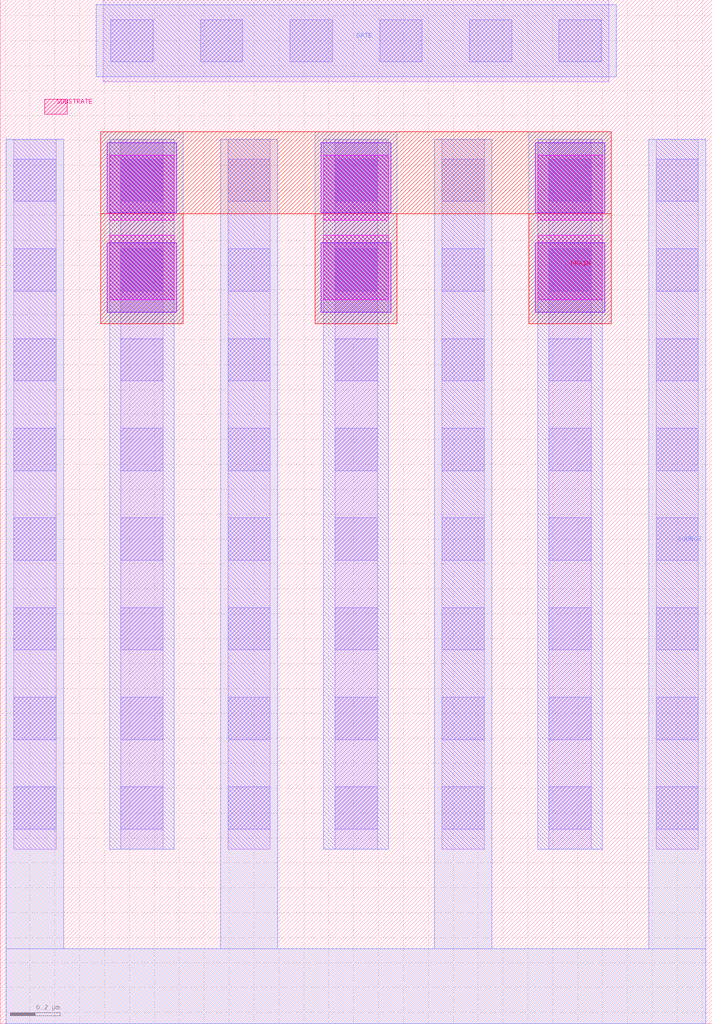
<source format=lef>
# Copyright 2020 The SkyWater PDK Authors
#
# Licensed under the Apache License, Version 2.0 (the "License");
# you may not use this file except in compliance with the License.
# You may obtain a copy of the License at
#
#     https://www.apache.org/licenses/LICENSE-2.0
#
# Unless required by applicable law or agreed to in writing, software
# distributed under the License is distributed on an "AS IS" BASIS,
# WITHOUT WARRANTIES OR CONDITIONS OF ANY KIND, either express or implied.
# See the License for the specific language governing permissions and
# limitations under the License.
#
# SPDX-License-Identifier: Apache-2.0

VERSION 5.7 ;
  NOWIREEXTENSIONATPIN ON ;
  DIVIDERCHAR "/" ;
  BUSBITCHARS "[]" ;
MACRO sky130_fd_pr__rf_nfet_01v8_lvt_aF06W3p00L0p15
  CLASS BLOCK ;
  FOREIGN sky130_fd_pr__rf_nfet_01v8_lvt_aF06W3p00L0p15 ;
  ORIGIN -0.180000  0.445000 ;
  SIZE  2.860000 BY  4.110000 ;
  PIN DRAIN
    ANTENNADIFFAREA  2.520000 ;
    PORT
      LAYER met3 ;
        RECT 0.585000 2.365000 0.915000 2.805000 ;
        RECT 0.585000 2.805000 2.635000 3.135000 ;
        RECT 1.445000 2.365000 1.775000 2.805000 ;
        RECT 2.305000 2.365000 2.635000 2.805000 ;
    END
  END DRAIN
  PIN GATE
    ANTENNAGATEAREA  2.700000 ;
    PORT
      LAYER met1 ;
        RECT 0.565000 3.355000 2.655000 3.645000 ;
    END
  END GATE
  PIN SOURCE
    ANTENNADIFFAREA  3.360000 ;
    PORT
      LAYER met1 ;
        RECT 0.205000 -0.445000 3.015000 -0.145000 ;
        RECT 0.205000 -0.145000 0.435000  3.105000 ;
        RECT 1.065000 -0.145000 1.295000  3.105000 ;
        RECT 1.925000 -0.145000 2.155000  3.105000 ;
        RECT 2.785000 -0.145000 3.015000  3.105000 ;
    END
  END SOURCE
  PIN SUBSTRATE
    PORT
      LAYER pwell ;
        RECT 0.360000 3.205000 0.450000 3.265000 ;
    END
  END SUBSTRATE
  OBS
    LAYER li1 ;
      RECT 0.235000 0.255000 0.405000 3.105000 ;
      RECT 0.595000 3.335000 2.625000 3.665000 ;
      RECT 0.665000 0.255000 0.835000 3.105000 ;
      RECT 1.095000 0.255000 1.265000 3.105000 ;
      RECT 1.525000 0.255000 1.695000 3.105000 ;
      RECT 1.955000 0.255000 2.125000 3.105000 ;
      RECT 2.385000 0.255000 2.555000 3.105000 ;
      RECT 2.815000 0.255000 2.985000 3.105000 ;
    LAYER mcon ;
      RECT 0.235000 0.335000 0.405000 0.505000 ;
      RECT 0.235000 0.695000 0.405000 0.865000 ;
      RECT 0.235000 1.055000 0.405000 1.225000 ;
      RECT 0.235000 1.415000 0.405000 1.585000 ;
      RECT 0.235000 1.775000 0.405000 1.945000 ;
      RECT 0.235000 2.135000 0.405000 2.305000 ;
      RECT 0.235000 2.495000 0.405000 2.665000 ;
      RECT 0.235000 2.855000 0.405000 3.025000 ;
      RECT 0.625000 3.415000 0.795000 3.585000 ;
      RECT 0.665000 0.335000 0.835000 0.505000 ;
      RECT 0.665000 0.695000 0.835000 0.865000 ;
      RECT 0.665000 1.055000 0.835000 1.225000 ;
      RECT 0.665000 1.415000 0.835000 1.585000 ;
      RECT 0.665000 1.775000 0.835000 1.945000 ;
      RECT 0.665000 2.135000 0.835000 2.305000 ;
      RECT 0.665000 2.495000 0.835000 2.665000 ;
      RECT 0.665000 2.855000 0.835000 3.025000 ;
      RECT 0.985000 3.415000 1.155000 3.585000 ;
      RECT 1.095000 0.335000 1.265000 0.505000 ;
      RECT 1.095000 0.695000 1.265000 0.865000 ;
      RECT 1.095000 1.055000 1.265000 1.225000 ;
      RECT 1.095000 1.415000 1.265000 1.585000 ;
      RECT 1.095000 1.775000 1.265000 1.945000 ;
      RECT 1.095000 2.135000 1.265000 2.305000 ;
      RECT 1.095000 2.495000 1.265000 2.665000 ;
      RECT 1.095000 2.855000 1.265000 3.025000 ;
      RECT 1.345000 3.415000 1.515000 3.585000 ;
      RECT 1.525000 0.335000 1.695000 0.505000 ;
      RECT 1.525000 0.695000 1.695000 0.865000 ;
      RECT 1.525000 1.055000 1.695000 1.225000 ;
      RECT 1.525000 1.415000 1.695000 1.585000 ;
      RECT 1.525000 1.775000 1.695000 1.945000 ;
      RECT 1.525000 2.135000 1.695000 2.305000 ;
      RECT 1.525000 2.495000 1.695000 2.665000 ;
      RECT 1.525000 2.855000 1.695000 3.025000 ;
      RECT 1.705000 3.415000 1.875000 3.585000 ;
      RECT 1.955000 0.335000 2.125000 0.505000 ;
      RECT 1.955000 0.695000 2.125000 0.865000 ;
      RECT 1.955000 1.055000 2.125000 1.225000 ;
      RECT 1.955000 1.415000 2.125000 1.585000 ;
      RECT 1.955000 1.775000 2.125000 1.945000 ;
      RECT 1.955000 2.135000 2.125000 2.305000 ;
      RECT 1.955000 2.495000 2.125000 2.665000 ;
      RECT 1.955000 2.855000 2.125000 3.025000 ;
      RECT 2.065000 3.415000 2.235000 3.585000 ;
      RECT 2.385000 0.335000 2.555000 0.505000 ;
      RECT 2.385000 0.695000 2.555000 0.865000 ;
      RECT 2.385000 1.055000 2.555000 1.225000 ;
      RECT 2.385000 1.415000 2.555000 1.585000 ;
      RECT 2.385000 1.775000 2.555000 1.945000 ;
      RECT 2.385000 2.135000 2.555000 2.305000 ;
      RECT 2.385000 2.495000 2.555000 2.665000 ;
      RECT 2.385000 2.855000 2.555000 3.025000 ;
      RECT 2.425000 3.415000 2.595000 3.585000 ;
      RECT 2.815000 0.335000 2.985000 0.505000 ;
      RECT 2.815000 0.695000 2.985000 0.865000 ;
      RECT 2.815000 1.055000 2.985000 1.225000 ;
      RECT 2.815000 1.415000 2.985000 1.585000 ;
      RECT 2.815000 1.775000 2.985000 1.945000 ;
      RECT 2.815000 2.135000 2.985000 2.305000 ;
      RECT 2.815000 2.495000 2.985000 2.665000 ;
      RECT 2.815000 2.855000 2.985000 3.025000 ;
    LAYER met1 ;
      RECT 0.620000 0.255000 0.880000 3.105000 ;
      RECT 1.480000 0.255000 1.740000 3.105000 ;
      RECT 2.340000 0.255000 2.600000 3.105000 ;
    LAYER met2 ;
      RECT 0.585000 2.365000 0.915000 3.135000 ;
      RECT 1.445000 2.365000 1.775000 3.135000 ;
      RECT 2.305000 2.365000 2.635000 3.135000 ;
    LAYER via ;
      RECT 0.620000 2.460000 0.880000 2.720000 ;
      RECT 0.620000 2.780000 0.880000 3.040000 ;
      RECT 1.480000 2.460000 1.740000 2.720000 ;
      RECT 1.480000 2.780000 1.740000 3.040000 ;
      RECT 2.340000 2.460000 2.600000 2.720000 ;
      RECT 2.340000 2.780000 2.600000 3.040000 ;
    LAYER via2 ;
      RECT 0.610000 2.410000 0.890000 2.690000 ;
      RECT 0.610000 2.810000 0.890000 3.090000 ;
      RECT 1.470000 2.410000 1.750000 2.690000 ;
      RECT 1.470000 2.810000 1.750000 3.090000 ;
      RECT 2.330000 2.410000 2.610000 2.690000 ;
      RECT 2.330000 2.810000 2.610000 3.090000 ;
  END
END sky130_fd_pr__rf_nfet_01v8_lvt_aF06W3p00L0p15
END LIBRARY

</source>
